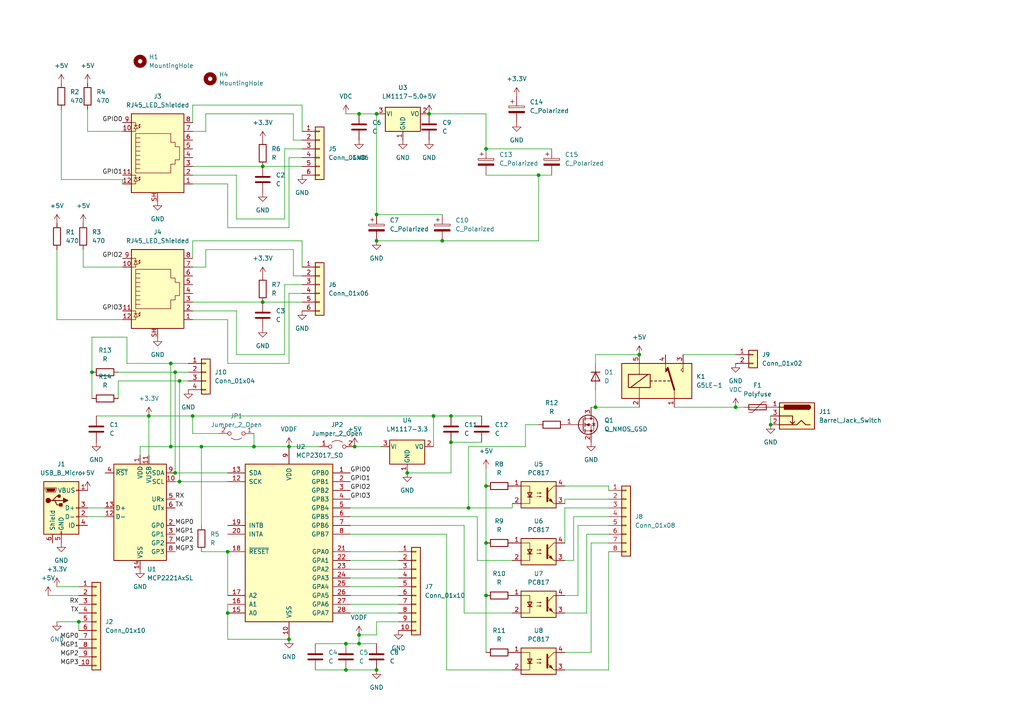
<source format=kicad_sch>
(kicad_sch (version 20211123) (generator eeschema)
  (paper "A4")
  (lib_symbols
    (symbol "Connector:Barrel_Jack_Switch" (pin_names hide)
      (property "Reference" "J" (at 0 5.334 0))
      (property "Value" "Barrel_Jack_Switch" (at 0 -5.08 0))
      (symbol "Barrel_Jack_Switch_1_1"
        (pin passive line (at 7.62 2.54 180) (length 2.54) (name "~") (number "1"))
        (pin passive line (at 7.62 -2.54 180) (length 2.54) (name "~") (number "2"))
        (pin passive line (at 7.62 0 180) (length 2.54) (name "~") (number "3"))
      )
    )
    (symbol "Connector:RJ45_LED_Shielded" (pin_names (offset 1.016))
      (property "Reference" "J" (at -5.08 13.97 0))
      (property "Value" "RJ45_LED_Shielded" (at 1.27 13.97 0))
      (symbol "RJ45_LED_Shielded_1_1"
        (pin passive line (at 10.16 -7.62 180) (length 2.54) (name "~") (number "1"))
        (pin passive line (at -10.16 7.62 0) (length 2.54) (name "~") (number "10"))
        (pin passive line (at -10.16 -5.08 0) (length 2.54) (name "~") (number "11"))
        (pin passive line (at -10.16 -7.62 0) (length 2.54) (name "~") (number "12"))
        (pin passive line (at 10.16 -5.08 180) (length 2.54) (name "~") (number "2"))
        (pin passive line (at 10.16 -2.54 180) (length 2.54) (name "~") (number "3"))
        (pin passive line (at 10.16 0 180) (length 2.54) (name "~") (number "4"))
        (pin passive line (at 10.16 2.54 180) (length 2.54) (name "~") (number "5"))
        (pin passive line (at 10.16 5.08 180) (length 2.54) (name "~") (number "6"))
        (pin passive line (at 10.16 7.62 180) (length 2.54) (name "~") (number "7"))
        (pin passive line (at 10.16 10.16 180) (length 2.54) (name "~") (number "8"))
        (pin passive line (at -10.16 10.16 0) (length 2.54) (name "~") (number "9"))
        (pin passive line (at 0 -12.7 90) (length 2.54) (name "~") (number "SH"))
      )
    )
    (symbol "Connector:USB_B_Micro" (pin_names (offset 1.016))
      (property "Reference" "J" (at -5.08 11.43 0))
      (property "Value" "USB_B_Micro" (at -5.08 8.89 0))
      (symbol "USB_B_Micro_1_1"
        (pin power_out line (at 7.62 5.08 180) (length 2.54) (name "VBUS") (number "1"))
        (pin bidirectional line (at 7.62 -2.54 180) (length 2.54) (name "D-") (number "2"))
        (pin bidirectional line (at 7.62 0 180) (length 2.54) (name "D+") (number "3"))
        (pin passive line (at 7.62 -5.08 180) (length 2.54) (name "ID") (number "4"))
        (pin power_out line (at 0 -10.16 90) (length 2.54) (name "GND") (number "5"))
        (pin passive line (at -2.54 -10.16 90) (length 2.54) (name "Shield") (number "6"))
      )
    )
    (symbol "Connector_Generic:Conn_01x02" (pin_names (offset 1.016) hide)
      (property "Reference" "J" (at 0 2.54 0))
      (property "Value" "Conn_01x02" (at 0 -5.08 0))
      (symbol "Conn_01x02_1_1"
        (pin passive line (at -5.08 0 0) (length 3.81) (name "Pin_1") (number "1"))
        (pin passive line (at -5.08 -2.54 0) (length 3.81) (name "Pin_2") (number "2"))
      )
    )
    (symbol "Connector_Generic:Conn_01x04" (pin_names (offset 1.016) hide)
      (property "Reference" "J" (at 0 5.08 0))
      (property "Value" "Conn_01x04" (at 0 -7.62 0))
      (symbol "Conn_01x04_1_1"
        (pin passive line (at -5.08 2.54 0) (length 3.81) (name "Pin_1") (number "1"))
        (pin passive line (at -5.08 0 0) (length 3.81) (name "Pin_2") (number "2"))
        (pin passive line (at -5.08 -2.54 0) (length 3.81) (name "Pin_3") (number "3"))
        (pin passive line (at -5.08 -5.08 0) (length 3.81) (name "Pin_4") (number "4"))
      )
    )
    (symbol "Connector_Generic:Conn_01x06" (pin_names (offset 1.016) hide)
      (property "Reference" "J" (at 0 7.62 0))
      (property "Value" "Conn_01x06" (at 0 -10.16 0))
      (symbol "Conn_01x06_1_1"
        (pin passive line (at -5.08 5.08 0) (length 3.81) (name "Pin_1") (number "1"))
        (pin passive line (at -5.08 2.54 0) (length 3.81) (name "Pin_2") (number "2"))
        (pin passive line (at -5.08 0 0) (length 3.81) (name "Pin_3") (number "3"))
        (pin passive line (at -5.08 -2.54 0) (length 3.81) (name "Pin_4") (number "4"))
        (pin passive line (at -5.08 -5.08 0) (length 3.81) (name "Pin_5") (number "5"))
        (pin passive line (at -5.08 -7.62 0) (length 3.81) (name "Pin_6") (number "6"))
      )
    )
    (symbol "Connector_Generic:Conn_01x08" (pin_names (offset 1.016) hide)
      (property "Reference" "J" (at 0 10.16 0))
      (property "Value" "Conn_01x08" (at 0 -12.7 0))
      (symbol "Conn_01x08_1_1"
        (pin passive line (at -5.08 7.62 0) (length 3.81) (name "Pin_1") (number "1"))
        (pin passive line (at -5.08 5.08 0) (length 3.81) (name "Pin_2") (number "2"))
        (pin passive line (at -5.08 2.54 0) (length 3.81) (name "Pin_3") (number "3"))
        (pin passive line (at -5.08 0 0) (length 3.81) (name "Pin_4") (number "4"))
        (pin passive line (at -5.08 -2.54 0) (length 3.81) (name "Pin_5") (number "5"))
        (pin passive line (at -5.08 -5.08 0) (length 3.81) (name "Pin_6") (number "6"))
        (pin passive line (at -5.08 -7.62 0) (length 3.81) (name "Pin_7") (number "7"))
        (pin passive line (at -5.08 -10.16 0) (length 3.81) (name "Pin_8") (number "8"))
      )
    )
    (symbol "Connector_Generic:Conn_01x10" (pin_names (offset 1.016) hide)
      (property "Reference" "J" (at 0 12.7 0))
      (property "Value" "Conn_01x10" (at 0 -15.24 0))
      (symbol "Conn_01x10_1_1"
        (pin passive line (at -5.08 10.16 0) (length 3.81) (name "Pin_1") (number "1"))
        (pin passive line (at -5.08 -12.7 0) (length 3.81) (name "Pin_10") (number "10"))
        (pin passive line (at -5.08 7.62 0) (length 3.81) (name "Pin_2") (number "2"))
        (pin passive line (at -5.08 5.08 0) (length 3.81) (name "Pin_3") (number "3"))
        (pin passive line (at -5.08 2.54 0) (length 3.81) (name "Pin_4") (number "4"))
        (pin passive line (at -5.08 0 0) (length 3.81) (name "Pin_5") (number "5"))
        (pin passive line (at -5.08 -2.54 0) (length 3.81) (name "Pin_6") (number "6"))
        (pin passive line (at -5.08 -5.08 0) (length 3.81) (name "Pin_7") (number "7"))
        (pin passive line (at -5.08 -7.62 0) (length 3.81) (name "Pin_8") (number "8"))
        (pin passive line (at -5.08 -10.16 0) (length 3.81) (name "Pin_9") (number "9"))
      )
    )
    (symbol "Device:C" (pin_numbers hide) (pin_names (offset 0.254))
      (property "Reference" "C" (at 0.635 2.54 0))
      (property "Value" "C" (at 0.635 -2.54 0))
      (symbol "C_1_1"
        (pin passive line (at 0 3.81 270) (length 2.794) (name "~") (number "1"))
        (pin passive line (at 0 -3.81 90) (length 2.794) (name "~") (number "2"))
      )
    )
    (symbol "Device:C_Polarized" (pin_numbers hide) (pin_names (offset 0.254))
      (property "Reference" "C" (at 0.635 2.54 0))
      (property "Value" "C_Polarized" (at 0.635 -2.54 0))
      (symbol "C_Polarized_1_1"
        (pin passive line (at 0 3.81 270) (length 2.794) (name "~") (number "1"))
        (pin passive line (at 0 -3.81 90) (length 2.794) (name "~") (number "2"))
      )
    )
    (symbol "Device:D" (pin_numbers hide) (pin_names (offset 1.016) hide)
      (property "Reference" "D" (at 0 2.54 0))
      (property "Value" "D" (at 0 -2.54 0))
      (symbol "D_1_1"
        (pin passive line (at -3.81 0 0) (length 2.54) (name "K") (number "1"))
        (pin passive line (at 3.81 0 180) (length 2.54) (name "A") (number "2"))
      )
    )
    (symbol "Device:Polyfuse" (pin_numbers hide) (pin_names (offset 0))
      (property "Reference" "F" (at -2.54 0 90))
      (property "Value" "Polyfuse" (at 2.54 0 90))
      (symbol "Polyfuse_1_1"
        (pin passive line (at 0 3.81 270) (length 1.27) (name "~") (number "1"))
        (pin passive line (at 0 -3.81 90) (length 1.27) (name "~") (number "2"))
      )
    )
    (symbol "Device:Q_NMOS_GSD" (pin_names (offset 0) hide)
      (property "Reference" "Q" (at 5.08 1.27 0))
      (property "Value" "Q_NMOS_GSD" (at 5.08 -1.27 0))
      (symbol "Q_NMOS_GSD_1_1"
        (pin input line (at -5.08 0 0) (length 2.54) (name "G") (number "1"))
        (pin passive line (at 2.54 -5.08 90) (length 2.54) (name "S") (number "2"))
        (pin passive line (at 2.54 5.08 270) (length 2.54) (name "D") (number "3"))
      )
    )
    (symbol "Device:R" (pin_numbers hide) (pin_names (offset 0))
      (property "Reference" "R" (at 2.032 0 90))
      (property "Value" "R" (at 0 0 90))
      (symbol "R_1_1"
        (pin passive line (at 0 3.81 270) (length 1.27) (name "~") (number "1"))
        (pin passive line (at 0 -3.81 90) (length 1.27) (name "~") (number "2"))
      )
    )
    (symbol "Interface_Expansion:MCP23017_SO" (pin_names (offset 1.016))
      (property "Reference" "U" (at -11.43 24.13 0))
      (property "Value" "MCP23017_SO" (at 0 0 0))
      (symbol "MCP23017_SO_1_1"
        (pin bidirectional line (at 17.78 20.32 180) (length 5.08) (name "GPB0") (number "1"))
        (pin power_in line (at 0 -27.94 90) (length 5.08) (name "VSS") (number "10"))
        (pin no_connect line (at -12.7 15.24 0) (length 5.08) hide (name "NC") (number "11"))
        (pin input line (at -17.78 17.78 0) (length 5.08) (name "SCK") (number "12"))
        (pin bidirectional line (at -17.78 20.32 0) (length 5.08) (name "SDA") (number "13"))
        (pin no_connect line (at -12.7 12.7 0) (length 5.08) hide (name "NC") (number "14"))
        (pin input line (at -17.78 -20.32 0) (length 5.08) (name "A0") (number "15"))
        (pin input line (at -17.78 -17.78 0) (length 5.08) (name "A1") (number "16"))
        (pin input line (at -17.78 -15.24 0) (length 5.08) (name "A2") (number "17"))
        (pin input line (at -17.78 -2.54 0) (length 5.08) (name "~{RESET}") (number "18"))
        (pin tri_state line (at -17.78 5.08 0) (length 5.08) (name "INTB") (number "19"))
        (pin bidirectional line (at 17.78 17.78 180) (length 5.08) (name "GPB1") (number "2"))
        (pin tri_state line (at -17.78 2.54 0) (length 5.08) (name "INTA") (number "20"))
        (pin bidirectional line (at 17.78 -2.54 180) (length 5.08) (name "GPA0") (number "21"))
        (pin bidirectional line (at 17.78 -5.08 180) (length 5.08) (name "GPA1") (number "22"))
        (pin bidirectional line (at 17.78 -7.62 180) (length 5.08) (name "GPA2") (number "23"))
        (pin bidirectional line (at 17.78 -10.16 180) (length 5.08) (name "GPA3") (number "24"))
        (pin bidirectional line (at 17.78 -12.7 180) (length 5.08) (name "GPA4") (number "25"))
        (pin bidirectional line (at 17.78 -15.24 180) (length 5.08) (name "GPA5") (number "26"))
        (pin bidirectional line (at 17.78 -17.78 180) (length 5.08) (name "GPA6") (number "27"))
        (pin bidirectional line (at 17.78 -20.32 180) (length 5.08) (name "GPA7") (number "28"))
        (pin bidirectional line (at 17.78 15.24 180) (length 5.08) (name "GPB2") (number "3"))
        (pin bidirectional line (at 17.78 12.7 180) (length 5.08) (name "GPB3") (number "4"))
        (pin bidirectional line (at 17.78 10.16 180) (length 5.08) (name "GPB4") (number "5"))
        (pin bidirectional line (at 17.78 7.62 180) (length 5.08) (name "GPB5") (number "6"))
        (pin bidirectional line (at 17.78 5.08 180) (length 5.08) (name "GPB6") (number "7"))
        (pin bidirectional line (at 17.78 2.54 180) (length 5.08) (name "GPB7") (number "8"))
        (pin power_in line (at 0 27.94 270) (length 5.08) (name "VDD") (number "9"))
      )
    )
    (symbol "Interface_USB:MCP2221AxSL"
      (property "Reference" "U" (at -7.62 16.51 0))
      (property "Value" "MCP2221AxSL" (at 12.7 16.51 0))
      (symbol "MCP2221AxSL_1_1"
        (pin power_in line (at 0 17.78 270) (length 2.54) (name "VDD") (number "1"))
        (pin bidirectional line (at 10.16 10.16 180) (length 2.54) (name "SCL") (number "10"))
        (pin passive line (at 2.54 17.78 270) (length 2.54) (name "VUSB") (number "11"))
        (pin bidirectional line (at -10.16 0 0) (length 2.54) (name "D-") (number "12"))
        (pin bidirectional line (at -10.16 2.54 0) (length 2.54) (name "D+") (number "13"))
        (pin power_in line (at 0 -15.24 90) (length 2.54) (name "VSS") (number "14"))
        (pin bidirectional line (at 10.16 -2.54 180) (length 2.54) (name "GP0") (number "2"))
        (pin bidirectional line (at 10.16 -5.08 180) (length 2.54) (name "GP1") (number "3"))
        (pin input line (at -10.16 12.7 0) (length 2.54) (name "~{RST}") (number "4"))
        (pin input line (at 10.16 5.08 180) (length 2.54) (name "URx") (number "5"))
        (pin output line (at 10.16 2.54 180) (length 2.54) (name "UTx") (number "6"))
        (pin bidirectional line (at 10.16 -7.62 180) (length 2.54) (name "GP2") (number "7"))
        (pin bidirectional line (at 10.16 -10.16 180) (length 2.54) (name "GP3") (number "8"))
        (pin bidirectional line (at 10.16 12.7 180) (length 2.54) (name "SDA") (number "9"))
      )
    )
    (symbol "Isolator:PC817" (pin_names (offset 1.016))
      (property "Reference" "U" (at -5.08 5.08 0))
      (property "Value" "PC817" (at 0 5.08 0))
      (symbol "PC817_1_1"
        (pin passive line (at -7.62 2.54 0) (length 2.54) (name "~") (number "1"))
        (pin passive line (at -7.62 -2.54 0) (length 2.54) (name "~") (number "2"))
        (pin passive line (at 7.62 -2.54 180) (length 2.54) (name "~") (number "3"))
        (pin passive line (at 7.62 2.54 180) (length 2.54) (name "~") (number "4"))
      )
    )
    (symbol "Jumper:Jumper_2_Open" (pin_names (offset 0) hide)
      (property "Reference" "JP" (at 0 2.794 0))
      (property "Value" "Jumper_2_Open" (at 0 -2.286 0))
      (symbol "Jumper_2_Open_1_1"
        (pin passive line (at -5.08 0 0) (length 2.54) (name "A") (number "1"))
        (pin passive line (at 5.08 0 180) (length 2.54) (name "B") (number "2"))
      )
    )
    (symbol "Mechanical:MountingHole" (pin_names (offset 1.016))
      (property "Reference" "H" (at 0 5.08 0))
      (property "Value" "MountingHole" (at 0 3.175 0))
    )
    (symbol "Regulator_Linear:LM1117-3.3" (pin_names (offset 0.254))
      (property "Reference" "U" (at -3.81 3.175 0))
      (property "Value" "LM1117-3.3" (at 0 3.175 0))
      (symbol "LM1117-3.3_1_1"
        (pin power_in line (at 0 -7.62 90) (length 2.54) (name "GND") (number "1"))
        (pin power_out line (at 7.62 0 180) (length 2.54) (name "VO") (number "2"))
        (pin power_in line (at -7.62 0 0) (length 2.54) (name "VI") (number "3"))
      )
    )
    (symbol "Regulator_Linear:LM1117-5.0" (pin_names (offset 0.254))
      (property "Reference" "U" (at -3.81 3.175 0))
      (property "Value" "LM1117-5.0" (at 0 3.175 0))
      (symbol "LM1117-5.0_1_1"
        (pin power_in line (at 0 -7.62 90) (length 2.54) (name "GND") (number "1"))
        (pin power_out line (at 7.62 0 180) (length 2.54) (name "VO") (number "2"))
        (pin power_in line (at -7.62 0 0) (length 2.54) (name "VI") (number "3"))
      )
    )
    (symbol "Relay:G5LE-1"
      (property "Reference" "K" (at 11.43 3.81 0))
      (property "Value" "G5LE-1" (at 11.43 1.27 0))
      (symbol "G5LE-1_1_1"
        (pin passive line (at 5.08 -7.62 90) (length 2.54) (name "~") (number "1"))
        (pin passive line (at -5.08 -7.62 90) (length 2.54) (name "~") (number "2"))
        (pin passive line (at 7.62 7.62 270) (length 2.54) (name "~") (number "3"))
        (pin passive line (at 2.54 7.62 270) (length 2.54) (name "~") (number "4"))
        (pin passive line (at -5.08 7.62 270) (length 2.54) (name "~") (number "5"))
      )
    )
    (symbol "power:+3.3V" (power) (pin_names (offset 0))
      (property "Value" "+3.3V" (at 0 3.556 0))
      (symbol "+3.3V_1_1"
        (pin power_in line (at 0 0 90) (length 0) hide (name "+3.3V") (number "1"))
      )
    )
    (symbol "power:+5V" (power) (pin_names (offset 0))
      (property "Value" "+5V" (at 0 3.556 0))
      (symbol "+5V_1_1"
        (pin power_in line (at 0 0 90) (length 0) hide (name "+5V") (number "1"))
      )
    )
    (symbol "power:GND" (power) (pin_names (offset 0))
      (property "Value" "GND" (at 0 -3.81 0))
      (symbol "GND_1_1"
        (pin power_in line (at 0 0 270) (length 0) hide (name "GND") (number "1"))
      )
    )
    (symbol "power:VDC" (power) (pin_names (offset 0))
      (property "Value" "VDC" (at 0 6.35 0))
      (symbol "VDC_1_1"
        (pin power_in line (at 0 0 90) (length 0) hide (name "VDC") (number "1"))
      )
    )
    (symbol "power:VDDF" (power) (pin_names (offset 0))
      (property "Value" "VDDF" (at 0 3.81 0))
      (symbol "VDDF_1_1"
        (pin power_in line (at 0 0 90) (length 0) hide (name "VDDF") (number "1"))
      )
    )
  )
  (junction (at 50.8 107.95))
  (junction (at 66.04 160.02))
  (junction (at 104.14 184.15))
  (junction (at 50.8 137.16))
  (junction (at 156.21 50.8))
  (junction (at 76.2 87.63))
  (junction (at 26.67 107.95))
  (junction (at 102.87 129.54))
  (junction (at 140.97 172.72))
  (junction (at 128.27 69.85))
  (junction (at 109.22 69.85))
  (junction (at 104.14 33.02))
  (junction (at 83.82 185.42))
  (junction (at 130.81 128.27))
  (junction (at 52.07 110.49))
  (junction (at 43.18 120.65))
  (junction (at 83.82 129.54))
  (junction (at 76.2 48.26))
  (junction (at 135.89 147.32))
  (junction (at 223.52 123.19))
  (junction (at 185.42 102.87))
  (junction (at 73.66 129.54))
  (junction (at 124.46 33.02))
  (junction (at 109.22 62.23))
  (junction (at 213.36 118.11))
  (junction (at 109.22 33.02))
  (junction (at 140.97 157.48))
  (junction (at 140.97 140.97))
  (junction (at 58.42 129.54))
  (junction (at 104.14 186.69))
  (junction (at 125.73 120.65))
  (junction (at 55.88 120.65))
  (junction (at 66.04 177.8))
  (junction (at 130.81 120.65))
  (junction (at 49.53 105.41))
  (junction (at 100.33 194.31))
  (junction (at 100.33 186.69))
  (junction (at 49.53 129.54))
  (junction (at 22.86 180.34))
  (junction (at 109.22 194.31))
  (junction (at 172.72 118.11))
  (junction (at 140.97 43.18))
  (junction (at 118.11 137.16))
  (junction (at 52.07 139.7))
  (wire (pts (xy 63.5 125.73) (xy 55.88 125.73)))
  (wire (pts (xy 52.07 110.49) (xy 34.29 110.49)))
  (wire (pts (xy 35.56 38.1) (xy 25.4 38.1)))
  (wire (pts (xy 176.53 194.31) (xy 163.83 194.31)))
  (wire (pts (xy 101.6 175.26) (xy 115.57 175.26)))
  (wire (pts (xy 66.04 92.71) (xy 55.88 92.71)))
  (wire (pts (xy 59.69 77.47) (xy 55.88 77.47)))
  (wire (pts (xy 125.73 129.54) (xy 125.73 120.65)))
  (wire (pts (xy 49.53 105.41) (xy 49.53 129.54)))
  (wire (pts (xy 138.43 149.86) (xy 138.43 162.56)))
  (wire (pts (xy 152.4 129.54) (xy 135.89 129.54)))
  (wire (pts (xy 54.61 105.41) (xy 49.53 105.41)))
  (wire (pts (xy 68.58 102.87) (xy 82.55 102.87)))
  (wire (pts (xy 83.82 66.04) (xy 66.04 66.04)))
  (wire (pts (xy 50.8 137.16) (xy 66.04 137.16)))
  (wire (pts (xy 176.53 149.86) (xy 166.37 149.86)))
  (wire (pts (xy 83.82 129.54) (xy 92.71 129.54)))
  (wire (pts (xy 172.72 102.87) (xy 172.72 105.41)))
  (wire (pts (xy 176.53 160.02) (xy 176.53 194.31)))
  (wire (pts (xy 124.46 33.02) (xy 140.97 33.02)))
  (wire (pts (xy 171.45 118.11) (xy 172.72 118.11)))
  (wire (pts (xy 166.37 149.86) (xy 166.37 162.56)))
  (wire (pts (xy 82.55 63.5) (xy 82.55 43.18)))
  (wire (pts (xy 87.63 40.64) (xy 85.09 40.64)))
  (wire (pts (xy 129.54 154.94) (xy 129.54 194.31)))
  (wire (pts (xy 100.33 194.31) (xy 109.22 194.31)))
  (wire (pts (xy 156.21 123.19) (xy 152.4 123.19)))
  (wire (pts (xy 58.42 129.54) (xy 49.53 129.54)))
  (wire (pts (xy 101.6 177.8) (xy 115.57 177.8)))
  (wire (pts (xy 66.04 53.34) (xy 55.88 53.34)))
  (wire (pts (xy 52.07 139.7) (xy 52.07 110.49)))
  (wire (pts (xy 101.6 154.94) (xy 129.54 154.94)))
  (wire (pts (xy 73.66 129.54) (xy 58.42 129.54)))
  (wire (pts (xy 66.04 185.42) (xy 83.82 185.42)))
  (wire (pts (xy 109.22 62.23) (xy 128.27 62.23)))
  (wire (pts (xy 156.21 69.85) (xy 128.27 69.85)))
  (wire (pts (xy 156.21 50.8) (xy 160.02 50.8)))
  (wire (pts (xy 101.6 162.56) (xy 115.57 162.56)))
  (wire (pts (xy 163.83 157.48) (xy 163.83 147.32)))
  (wire (pts (xy 109.22 184.15) (xy 104.14 184.15)))
  (wire (pts (xy 195.58 118.11) (xy 213.36 118.11)))
  (wire (pts (xy 34.29 107.95) (xy 50.8 107.95)))
  (wire (pts (xy 26.67 97.79) (xy 36.83 97.79)))
  (wire (pts (xy 104.14 186.69) (xy 109.22 186.69)))
  (wire (pts (xy 85.09 33.02) (xy 59.69 33.02)))
  (wire (pts (xy 83.82 105.41) (xy 66.04 105.41)))
  (wire (pts (xy 66.04 175.26) (xy 66.04 177.8)))
  (wire (pts (xy 163.83 172.72) (xy 167.64 172.72)))
  (wire (pts (xy 22.86 180.34) (xy 16.51 180.34)))
  (wire (pts (xy 140.97 140.97) (xy 140.97 157.48)))
  (wire (pts (xy 130.81 128.27) (xy 130.81 137.16)))
  (wire (pts (xy 59.69 72.39) (xy 59.69 77.47)))
  (wire (pts (xy 55.88 90.17) (xy 68.58 90.17)))
  (wire (pts (xy 52.07 139.7) (xy 66.04 139.7)))
  (wire (pts (xy 43.18 120.65) (xy 43.18 132.08)))
  (wire (pts (xy 25.4 38.1) (xy 25.4 31.75)))
  (wire (pts (xy 101.6 170.18) (xy 115.57 170.18)))
  (wire (pts (xy 163.83 144.78) (xy 163.83 146.05)))
  (wire (pts (xy 82.55 102.87) (xy 82.55 82.55)))
  (wire (pts (xy 40.64 129.54) (xy 40.64 132.08)))
  (wire (pts (xy 59.69 33.02) (xy 59.69 38.1)))
  (wire (pts (xy 198.12 102.87) (xy 213.36 102.87)))
  (wire (pts (xy 83.82 85.09) (xy 83.82 105.41)))
  (wire (pts (xy 55.88 50.8) (xy 68.58 50.8)))
  (wire (pts (xy 66.04 177.8) (xy 66.04 185.42)))
  (wire (pts (xy 73.66 125.73) (xy 73.66 129.54)))
  (wire (pts (xy 125.73 120.65) (xy 55.88 120.65)))
  (wire (pts (xy 91.44 186.69) (xy 100.33 186.69)))
  (wire (pts (xy 223.52 120.65) (xy 223.52 123.19)))
  (wire (pts (xy 140.97 172.72) (xy 140.97 189.23)))
  (wire (pts (xy 163.83 189.23) (xy 171.45 189.23)))
  (wire (pts (xy 176.53 140.97) (xy 176.53 142.24)))
  (wire (pts (xy 55.88 74.93) (xy 55.88 69.85)))
  (wire (pts (xy 68.58 63.5) (xy 82.55 63.5)))
  (wire (pts (xy 35.56 52.07) (xy 35.56 53.34)))
  (wire (pts (xy 101.6 152.4) (xy 134.62 152.4)))
  (wire (pts (xy 36.83 97.79) (xy 36.83 105.41)))
  (wire (pts (xy 27.94 120.65) (xy 43.18 120.65)))
  (wire (pts (xy 55.88 87.63) (xy 76.2 87.63)))
  (wire (pts (xy 213.36 118.11) (xy 215.9 118.11)))
  (wire (pts (xy 58.42 160.02) (xy 66.04 160.02)))
  (wire (pts (xy 101.6 147.32) (xy 135.89 147.32)))
  (wire (pts (xy 129.54 194.31) (xy 148.59 194.31)))
  (wire (pts (xy 130.81 137.16) (xy 118.11 137.16)))
  (wire (pts (xy 140.97 33.02) (xy 140.97 43.18)))
  (wire (pts (xy 148.59 147.32) (xy 148.59 146.05)))
  (wire (pts (xy 104.14 184.15) (xy 104.14 186.69)))
  (wire (pts (xy 76.2 48.26) (xy 87.63 48.26)))
  (wire (pts (xy 16.51 92.71) (xy 35.56 92.71)))
  (wire (pts (xy 16.51 72.39) (xy 16.51 92.71)))
  (wire (pts (xy 115.57 180.34) (xy 109.22 180.34)))
  (wire (pts (xy 134.62 177.8) (xy 148.59 177.8)))
  (wire (pts (xy 125.73 120.65) (xy 130.81 120.65)))
  (wire (pts (xy 170.18 154.94) (xy 170.18 177.8)))
  (wire (pts (xy 140.97 157.48) (xy 140.97 172.72)))
  (wire (pts (xy 52.07 110.49) (xy 54.61 110.49)))
  (wire (pts (xy 134.62 152.4) (xy 134.62 177.8)))
  (wire (pts (xy 171.45 157.48) (xy 176.53 157.48)))
  (wire (pts (xy 83.82 45.72) (xy 83.82 66.04)))
  (wire (pts (xy 176.53 144.78) (xy 163.83 144.78)))
  (wire (pts (xy 163.83 147.32) (xy 176.53 147.32)))
  (wire (pts (xy 55.88 35.56) (xy 55.88 30.48)))
  (wire (pts (xy 50.8 139.7) (xy 52.07 139.7)))
  (wire (pts (xy 34.29 110.49) (xy 34.29 115.57)))
  (wire (pts (xy 49.53 129.54) (xy 40.64 129.54)))
  (wire (pts (xy 171.45 189.23) (xy 171.45 157.48)))
  (wire (pts (xy 58.42 129.54) (xy 58.42 152.4)))
  (wire (pts (xy 66.04 66.04) (xy 66.04 53.34)))
  (wire (pts (xy 87.63 30.48) (xy 87.63 38.1)))
  (wire (pts (xy 55.88 125.73) (xy 55.88 120.65)))
  (wire (pts (xy 82.55 43.18) (xy 87.63 43.18)))
  (wire (pts (xy 172.72 113.03) (xy 172.72 118.11)))
  (wire (pts (xy 138.43 162.56) (xy 148.59 162.56)))
  (wire (pts (xy 102.87 129.54) (xy 110.49 129.54)))
  (wire (pts (xy 22.86 182.88) (xy 22.86 180.34)))
  (wire (pts (xy 101.6 149.86) (xy 138.43 149.86)))
  (wire (pts (xy 35.56 77.47) (xy 24.13 77.47)))
  (wire (pts (xy 101.6 167.64) (xy 115.57 167.64)))
  (wire (pts (xy 163.83 140.97) (xy 176.53 140.97)))
  (wire (pts (xy 87.63 85.09) (xy 83.82 85.09)))
  (wire (pts (xy 85.09 40.64) (xy 85.09 33.02)))
  (wire (pts (xy 43.18 120.65) (xy 55.88 120.65)))
  (wire (pts (xy 13.97 172.72) (xy 22.86 172.72)))
  (wire (pts (xy 68.58 90.17) (xy 68.58 102.87)))
  (wire (pts (xy 109.22 69.85) (xy 128.27 69.85)))
  (wire (pts (xy 167.64 152.4) (xy 176.53 152.4)))
  (wire (pts (xy 104.14 33.02) (xy 109.22 33.02)))
  (wire (pts (xy 135.89 129.54) (xy 135.89 147.32)))
  (wire (pts (xy 167.64 172.72) (xy 167.64 152.4)))
  (wire (pts (xy 152.4 123.19) (xy 152.4 129.54)))
  (wire (pts (xy 140.97 43.18) (xy 160.02 43.18)))
  (wire (pts (xy 55.88 30.48) (xy 87.63 30.48)))
  (wire (pts (xy 100.33 33.02) (xy 104.14 33.02)))
  (wire (pts (xy 25.4 147.32) (xy 30.48 147.32)))
  (wire (pts (xy 36.83 105.41) (xy 49.53 105.41)))
  (wire (pts (xy 170.18 177.8) (xy 163.83 177.8)))
  (wire (pts (xy 130.81 128.27) (xy 139.7 128.27)))
  (wire (pts (xy 87.63 80.01) (xy 85.09 80.01)))
  (wire (pts (xy 135.89 147.32) (xy 148.59 147.32)))
  (wire (pts (xy 176.53 154.94) (xy 170.18 154.94)))
  (wire (pts (xy 130.81 120.65) (xy 139.7 120.65)))
  (wire (pts (xy 24.13 77.47) (xy 24.13 72.39)))
  (wire (pts (xy 55.88 48.26) (xy 76.2 48.26)))
  (wire (pts (xy 91.44 194.31) (xy 100.33 194.31)))
  (wire (pts (xy 25.4 149.86) (xy 30.48 149.86)))
  (wire (pts (xy 59.69 38.1) (xy 55.88 38.1)))
  (wire (pts (xy 66.04 160.02) (xy 66.04 172.72)))
  (wire (pts (xy 17.78 31.75) (xy 17.78 52.07)))
  (wire (pts (xy 185.42 102.87) (xy 172.72 102.87)))
  (wire (pts (xy 50.8 107.95) (xy 50.8 137.16)))
  (wire (pts (xy 140.97 50.8) (xy 156.21 50.8)))
  (wire (pts (xy 87.63 45.72) (xy 83.82 45.72)))
  (wire (pts (xy 16.51 170.18) (xy 22.86 170.18)))
  (wire (pts (xy 109.22 180.34) (xy 109.22 184.15)))
  (wire (pts (xy 140.97 135.89) (xy 140.97 140.97)))
  (wire (pts (xy 83.82 129.54) (xy 73.66 129.54)))
  (wire (pts (xy 109.22 33.02) (xy 109.22 62.23)))
  (wire (pts (xy 26.67 107.95) (xy 26.67 97.79)))
  (wire (pts (xy 101.6 165.1) (xy 115.57 165.1)))
  (wire (pts (xy 76.2 87.63) (xy 87.63 87.63)))
  (wire (pts (xy 82.55 82.55) (xy 87.63 82.55)))
  (wire (pts (xy 68.58 50.8) (xy 68.58 63.5)))
  (wire (pts (xy 172.72 118.11) (xy 185.42 118.11)))
  (wire (pts (xy 54.61 107.95) (xy 50.8 107.95)))
  (wire (pts (xy 87.63 69.85) (xy 87.63 77.47)))
  (wire (pts (xy 66.04 105.41) (xy 66.04 92.71)))
  (wire (pts (xy 17.78 52.07) (xy 35.56 52.07)))
  (wire (pts (xy 55.88 69.85) (xy 87.63 69.85)))
  (wire (pts (xy 85.09 80.01) (xy 85.09 72.39)))
  (wire (pts (xy 101.6 160.02) (xy 115.57 160.02)))
  (wire (pts (xy 26.67 107.95) (xy 26.67 115.57)))
  (wire (pts (xy 101.6 172.72) (xy 115.57 172.72)))
  (wire (pts (xy 156.21 50.8) (xy 156.21 69.85)))
  (wire (pts (xy 166.37 162.56) (xy 163.83 162.56)))
  (wire (pts (xy 100.33 186.69) (xy 104.14 186.69)))
  (wire (pts (xy 85.09 72.39) (xy 59.69 72.39)))
  (label "MGP3" (at 22.86 193.04 180))
  (label "GPIO2" (at 35.56 74.93 180))
  (label "GPIO1" (at 35.56 50.8 180))
  (label "RX" (at 22.86 175.26 180))
  (label "GPIO0" (at 101.6 137.16 0))
  (label "GPIO2" (at 101.6 142.24 0))
  (label "GPIO3" (at 101.6 144.78 0))
  (label "TX" (at 22.86 177.8 180))
  (label "MGP2" (at 50.8 157.48 0))
  (label "MGP3" (at 50.8 160.02 0))
  (label "TX" (at 50.8 147.32 0))
  (label "MGP2" (at 22.86 190.5 180))
  (label "RX" (at 50.8 144.78 0))
  (label "GPIO1" (at 101.6 139.7 0))
  (label "MGP0" (at 50.8 152.4 0))
  (label "MGP0" (at 22.86 185.42 180))
  (label "MGP1" (at 50.8 154.94 0))
  (label "GPIO0" (at 35.56 35.56 180))
  (label "GPIO3" (at 35.56 90.17 180))
  (label "MGP1" (at 22.86 187.96 180))
  (symbol (lib_id "power:+5V") (at 24.13 64.77 0) (unit 1)
    (property "Reference" "#PWR07" (effects hide))
    (property "Value" "+5V" (at 24.13 59.69 0))
  )
  (symbol (lib_id "Connector_Generic:Conn_01x02") (at 218.44 102.87 0) (unit 1)
    (property "Reference" "J9" (at 220.98 102.8699 0) (effects (justify left)))
    (property "Value" "Conn_01x02" (at 220.98 105.4099 0) (effects (justify left)))
    (property "Footprint" "TerminalBlock:TerminalBlock_bornier-2_P5.08mm" (effects hide))
  )
  (symbol (lib_id "Isolator:PC817") (at 156.21 160.02 0) (unit 1)
    (property "Reference" "U6" (at 156.21 151.13 0))
    (property "Value" "PC817" (at 156.21 153.67 0))
    (property "Footprint" "Package_DIP:DIP-4_W7.62mm" (effects hide))
    (property "Datasheet" "http://www.soselectronic.cz/a_info/resource/d/pc817.pdf" (effects hide))
  )
  (symbol (lib_id "power:GND") (at 76.2 55.88 0) (unit 1)
    (property "Reference" "#PWR016" (effects hide))
    (property "Value" "GND" (at 76.2 60.96 0))
  )
  (symbol (lib_id "Interface_USB:MCP2221AxSL") (at 40.64 149.86 0) (unit 1)
    (property "Reference" "U1" (at 42.6594 165.1 0) (effects (justify left)))
    (property "Value" "MCP2221AxSL" (at 42.6594 167.64 0) (effects (justify left)))
    (property "Footprint" "Package_SO:SOIC-14_3.9x8.7mm_P1.27mm" (effects hide))
    (property "Datasheet" "http://ww1.microchip.com/downloads/en/DeviceDoc/20005565B.pdf" (effects hide))
  )
  (symbol (lib_id "power:GND") (at 87.63 90.17 0) (unit 1)
    (property "Reference" "#PWR022" (effects hide))
    (property "Value" "GND" (at 87.63 95.25 0))
  )
  (symbol (lib_id "Device:R") (at 30.48 115.57 90) (unit 1)
    (property "Reference" "R14" (at 30.48 109.22 90))
    (property "Value" "R" (at 30.48 111.76 90))
    (property "Footprint" "Resistor_SMD:R_0603_1608Metric_Pad0.98x0.95mm_HandSolder" (effects hide))
  )
  (symbol (lib_id "Mechanical:MountingHole") (at 60.96 22.86 0) (unit 1)
    (property "Reference" "H4" (at 63.5 21.5899 0) (effects (justify left)))
    (property "Value" "MountingHole" (at 63.5 24.1299 0) (effects (justify left)))
    (property "Footprint" "MountingHole:MountingHole_3.2mm_M3" (effects hide))
  )
  (symbol (lib_id "Relay:G5LE-1") (at 190.5 110.49 0) (unit 1)
    (property "Reference" "K1" (at 201.93 109.2199 0) (effects (justify left)))
    (property "Value" "G5LE-1" (at 201.93 111.7599 0) (effects (justify left)))
    (property "Footprint" "Relay_THT:Relay_SPDT_Omron-G5LE-1" (effects hide))
    (property "Datasheet" "http://www.omron.com/ecb/products/pdf/en-g5le.pdf" (effects hide))
  )
  (symbol (lib_id "power:+3.3V") (at 76.2 80.01 0) (unit 1)
    (property "Reference" "#PWR017" (effects hide))
    (property "Value" "+3.3V" (at 76.2 74.93 0))
  )
  (symbol (lib_id "power:GND") (at 109.22 194.31 0) (unit 1)
    (property "Reference" "#PWR028" (effects hide))
    (property "Value" "GND" (at 109.22 199.39 0))
  )
  (symbol (lib_id "power:+5V") (at 25.4 142.24 0) (unit 1)
    (property "Reference" "#PWR09" (effects hide))
    (property "Value" "+5V" (at 25.4 137.16 0))
  )
  (symbol (lib_id "power:VDDF") (at 104.14 184.15 0) (unit 1)
    (property "Reference" "#PWR026" (effects hide))
    (property "Value" "VDDF" (at 104.14 179.07 0))
  )
  (symbol (lib_id "power:VDC") (at 100.33 33.02 0) (unit 1)
    (property "Reference" "#PWR023" (effects hide))
    (property "Value" "VDC" (at 100.33 27.94 0))
  )
  (symbol (lib_id "Device:C") (at 100.33 190.5 0) (unit 1)
    (property "Reference" "C5" (at 104.14 189.2299 0) (effects (justify left)))
    (property "Value" "C" (at 104.14 191.7699 0) (effects (justify left)))
    (property "Footprint" "Capacitor_SMD:C_0603_1608Metric_Pad1.08x0.95mm_HandSolder" (effects hide))
  )
  (symbol (lib_id "power:+5V") (at 25.4 24.13 0) (unit 1)
    (property "Reference" "#PWR08" (effects hide))
    (property "Value" "+5V" (at 25.4 19.05 0))
  )
  (symbol (lib_id "Connector:RJ45_LED_Shielded") (at 45.72 45.72 0) (unit 1)
    (property "Reference" "J3" (at 45.72 27.94 0))
    (property "Value" "RJ45_LED_Shielded" (at 45.72 30.48 0))
    (property "Footprint" "Connector_RJ:RJ45_Cetus_J1B1211CCD_Horizontal" (effects hide))
  )
  (symbol (lib_id "Device:C") (at 130.81 124.46 0) (unit 1)
    (property "Reference" "C11" (at 134.62 123.1899 0) (effects (justify left)))
    (property "Value" "C" (at 134.62 125.7299 0) (effects (justify left)))
    (property "Footprint" "Capacitor_SMD:C_0603_1608Metric_Pad1.08x0.95mm_HandSolder" (effects hide))
  )
  (symbol (lib_id "power:+5V") (at 17.78 24.13 0) (unit 1)
    (property "Reference" "#PWR05" (effects hide))
    (property "Value" "+5V" (at 17.78 19.05 0))
  )
  (symbol (lib_id "power:GND") (at 104.14 40.64 0) (unit 1)
    (property "Reference" "#PWR025" (effects hide))
    (property "Value" "GND" (at 104.14 45.72 0))
  )
  (symbol (lib_id "Device:C_Polarized") (at 128.27 66.04 0) (unit 1)
    (property "Reference" "C10" (at 132.08 63.8809 0) (effects (justify left)))
    (property "Value" "C_Polarized" (at 132.08 66.4209 0) (effects (justify left)))
    (property "Footprint" "Capacitor_THT:CP_Radial_D8.0mm_P3.50mm" (effects hide))
  )
  (symbol (lib_id "power:+5V") (at 13.97 172.72 0) (unit 1)
    (property "Reference" "#PWR01" (effects hide))
    (property "Value" "+5V" (at 13.97 167.64 0))
  )
  (symbol (lib_id "power:+3.3V") (at 43.18 120.65 0) (unit 1)
    (property "Reference" "#PWR012" (effects hide))
    (property "Value" "+3.3V" (at 43.18 115.57 0))
  )
  (symbol (lib_id "Connector_Generic:Conn_01x10") (at 27.94 180.34 0) (unit 1)
    (property "Reference" "J2" (at 30.48 180.3399 0) (effects (justify left)))
    (property "Value" "Conn_01x10" (at 30.48 182.8799 0) (effects (justify left)))
    (property "Footprint" "Connector_PinHeader_2.54mm:PinHeader_1x10_P2.54mm_Vertical" (effects hide))
  )
  (symbol (lib_id "Device:R") (at 160.02 123.19 90) (unit 1)
    (property "Reference" "R12" (at 160.02 116.84 90))
    (property "Value" "R" (at 160.02 119.38 90))
    (property "Footprint" "Resistor_SMD:R_0603_1608Metric_Pad0.98x0.95mm_HandSolder" (effects hide))
  )
  (symbol (lib_id "power:+3.3V") (at 76.2 40.64 0) (unit 1)
    (property "Reference" "#PWR015" (effects hide))
    (property "Value" "+3.3V" (at 76.2 35.56 0))
  )
  (symbol (lib_id "power:GND") (at 45.72 58.42 0) (unit 1)
    (property "Reference" "#PWR013" (effects hide))
    (property "Value" "GND" (at 45.72 63.5 0))
  )
  (symbol (lib_id "power:+5V") (at 124.46 33.02 0) (unit 1)
    (property "Reference" "#PWR032" (effects hide))
    (property "Value" "+5V" (at 124.46 27.94 0))
  )
  (symbol (lib_id "Isolator:PC817") (at 156.21 143.51 0) (unit 1)
    (property "Reference" "U5" (at 156.21 134.62 0))
    (property "Value" "PC817" (at 156.21 137.16 0))
    (property "Footprint" "Package_DIP:DIP-4_W7.62mm" (effects hide))
    (property "Datasheet" "http://www.soselectronic.cz/a_info/resource/d/pc817.pdf" (effects hide))
  )
  (symbol (lib_id "power:GND") (at 16.51 180.34 0) (unit 1)
    (property "Reference" "#PWR04" (effects hide))
    (property "Value" "GND" (at 16.51 185.42 0))
  )
  (symbol (lib_id "Device:D") (at 172.72 109.22 270) (unit 1)
    (property "Reference" "D1" (at 175.26 107.9499 90) (effects (justify left)))
    (property "Value" "D" (at 175.26 110.4899 90) (effects (justify left)))
    (property "Footprint" "Diode_THT:D_DO-41_SOD81_P3.81mm_Vertical_AnodeUp" (effects hide))
  )
  (symbol (lib_id "power:GND") (at 115.57 182.88 0) (unit 1)
    (property "Reference" "#PWR029" (effects hide))
    (property "Value" "GND" (at 115.57 187.96 0))
  )
  (symbol (lib_id "Isolator:PC817") (at 156.21 175.26 0) (unit 1)
    (property "Reference" "U7" (at 156.21 166.37 0))
    (property "Value" "PC817" (at 156.21 168.91 0))
    (property "Footprint" "Package_DIP:DIP-4_W7.62mm" (effects hide))
    (property "Datasheet" "http://www.soselectronic.cz/a_info/resource/d/pc817.pdf" (effects hide))
  )
  (symbol (lib_id "Device:C_Polarized") (at 149.86 31.75 0) (unit 1)
    (property "Reference" "C14" (at 153.67 29.5909 0) (effects (justify left)))
    (property "Value" "C_Polarized" (at 153.67 32.1309 0) (effects (justify left)))
    (property "Footprint" "Capacitor_THT:CP_Radial_D8.0mm_P3.50mm" (effects hide))
  )
  (symbol (lib_id "Device:R") (at 76.2 44.45 0) (unit 1)
    (property "Reference" "R6" (at 78.74 43.1799 0) (effects (justify left)))
    (property "Value" "R" (at 78.74 45.7199 0) (effects (justify left)))
    (property "Footprint" "Resistor_SMD:R_0603_1608Metric_Pad0.98x0.95mm_HandSolder" (effects hide))
  )
  (symbol (lib_id "Mechanical:MountingHole") (at 40.64 17.78 0) (unit 1)
    (property "Reference" "H1" (at 43.18 16.5099 0) (effects (justify left)))
    (property "Value" "MountingHole" (at 43.18 19.0499 0) (effects (justify left)))
    (property "Footprint" "MountingHole:MountingHole_3.2mm_M3" (effects hide))
  )
  (symbol (lib_id "Connector:USB_B_Micro") (at 17.78 147.32 0) (unit 1)
    (property "Reference" "J1" (at 17.78 134.62 0))
    (property "Value" "USB_B_Micro" (at 17.78 137.16 0))
    (property "Footprint" "Connector_PinHeader_2.54mm:PinHeader_1x06_P2.54mm_Vertical" (effects hide))
  )
  (symbol (lib_id "power:GND") (at 124.46 40.64 0) (unit 1)
    (property "Reference" "#PWR033" (effects hide))
    (property "Value" "GND" (at 124.46 45.72 0))
  )
  (symbol (lib_id "Device:C") (at 91.44 190.5 0) (unit 1)
    (property "Reference" "C4" (at 95.25 189.2299 0) (effects (justify left)))
    (property "Value" "C" (at 95.25 191.7699 0) (effects (justify left)))
    (property "Footprint" "Capacitor_SMD:C_0603_1608Metric_Pad1.08x0.95mm_HandSolder" (effects hide))
  )
  (symbol (lib_id "Isolator:PC817") (at 156.21 191.77 0) (unit 1)
    (property "Reference" "U8" (at 156.21 182.88 0))
    (property "Value" "PC817" (at 156.21 185.42 0))
    (property "Footprint" "Package_DIP:DIP-4_W7.62mm" (effects hide))
    (property "Datasheet" "http://www.soselectronic.cz/a_info/resource/d/pc817.pdf" (effects hide))
  )
  (symbol (lib_id "Device:R") (at 17.78 27.94 0) (unit 1)
    (property "Reference" "R2" (at 20.32 26.6699 0) (effects (justify left)))
    (property "Value" "470" (at 20.32 29.2099 0) (effects (justify left)))
    (property "Footprint" "Resistor_SMD:R_0603_1608Metric" (effects hide))
  )
  (symbol (lib_id "Device:Polyfuse") (at 219.71 118.11 90) (unit 1)
    (property "Reference" "F1" (at 219.71 111.76 90))
    (property "Value" "Polyfuse" (at 219.71 114.3 90))
    (property "Footprint" "Fuse:Fuse_Bourns_MF-RHT500" (effects hide))
  )
  (symbol (lib_id "power:+5V") (at 16.51 64.77 0) (unit 1)
    (property "Reference" "#PWR02" (effects hide))
    (property "Value" "+5V" (at 16.51 59.69 0))
  )
  (symbol (lib_id "Device:C_Polarized") (at 140.97 46.99 0) (unit 1)
    (property "Reference" "C13" (at 144.78 44.8309 0) (effects (justify left)))
    (property "Value" "C_Polarized" (at 144.78 47.3709 0) (effects (justify left)))
    (property "Footprint" "Capacitor_THT:CP_Radial_D8.0mm_P3.50mm" (effects hide))
  )
  (symbol (lib_id "power:GND") (at 171.45 128.27 0) (unit 1)
    (property "Reference" "#PWR037" (effects hide))
    (property "Value" "GND" (at 171.45 133.35 0))
  )
  (symbol (lib_id "Device:R") (at 16.51 68.58 0) (unit 1)
    (property "Reference" "R1" (at 19.05 67.3099 0) (effects (justify left)))
    (property "Value" "470" (at 19.05 69.8499 0) (effects (justify left)))
    (property "Footprint" "Resistor_SMD:R_0603_1608Metric" (effects hide))
  )
  (symbol (lib_id "power:GND") (at 118.11 137.16 0) (unit 1)
    (property "Reference" "#PWR031" (effects hide))
    (property "Value" "GND" (at 118.11 142.24 0))
  )
  (symbol (lib_id "power:GND") (at 40.64 165.1 0) (unit 1)
    (property "Reference" "#PWR011" (effects hide))
    (property "Value" "GND" (at 40.64 170.18 0))
  )
  (symbol (lib_id "Jumper:Jumper_2_Open") (at 97.79 129.54 0) (unit 1)
    (property "Reference" "JP2" (at 97.79 123.19 0))
    (property "Value" "Jumper_2_Open" (at 97.79 125.73 0))
    (property "Footprint" "Resistor_SMD:R_0603_1608Metric_Pad0.98x0.95mm_HandSolder" (effects hide))
  )
  (symbol (lib_id "power:GND") (at 116.84 40.64 0) (unit 1)
    (property "Reference" "#PWR030" (effects hide))
    (property "Value" "GND" (at 116.84 45.72 0))
  )
  (symbol (lib_id "Device:C") (at 104.14 36.83 0) (unit 1)
    (property "Reference" "C6" (at 107.95 35.5599 0) (effects (justify left)))
    (property "Value" "C" (at 107.95 38.0999 0) (effects (justify left)))
    (property "Footprint" "Capacitor_SMD:C_0603_1608Metric_Pad1.08x0.95mm_HandSolder" (effects hide))
  )
  (symbol (lib_id "Regulator_Linear:LM1117-5.0") (at 116.84 33.02 0) (unit 1)
    (property "Reference" "U3" (at 116.84 25.4 0))
    (property "Value" "LM1117-5.0" (at 116.84 27.94 0))
    (property "Footprint" "Package_TO_SOT_SMD:SOT-223-3_TabPin2" (effects hide))
    (property "Datasheet" "http://www.ti.com/lit/ds/symlink/lm1117.pdf" (effects hide))
  )
  (symbol (lib_id "Device:C") (at 76.2 52.07 0) (unit 1)
    (property "Reference" "C2" (at 80.01 50.7999 0) (effects (justify left)))
    (property "Value" "C" (at 80.01 53.3399 0) (effects (justify left)))
    (property "Footprint" "Capacitor_SMD:C_0603_1608Metric_Pad1.08x0.95mm_HandSolder" (effects hide))
  )
  (symbol (lib_id "power:+3.3V") (at 16.51 170.18 0) (unit 1)
    (property "Reference" "#PWR03" (effects hide))
    (property "Value" "+3.3V" (at 16.51 165.1 0))
  )
  (symbol (lib_id "Device:R") (at 144.78 140.97 90) (unit 1)
    (property "Reference" "R8" (at 144.78 134.62 90))
    (property "Value" "R" (at 144.78 137.16 90))
    (property "Footprint" "Resistor_SMD:R_0603_1608Metric_Pad0.98x0.95mm_HandSolder" (effects hide))
  )
  (symbol (lib_id "Device:C") (at 27.94 124.46 0) (unit 1)
    (property "Reference" "C1" (at 31.75 123.1899 0) (effects (justify left)))
    (property "Value" "C" (at 31.75 125.7299 0) (effects (justify left)))
    (property "Footprint" "Capacitor_SMD:C_0603_1608Metric_Pad1.08x0.95mm_HandSolder" (effects hide))
  )
  (symbol (lib_id "power:+5V") (at 185.42 102.87 0) (unit 1)
    (property "Reference" "#PWR038" (effects hide))
    (property "Value" "+5V" (at 185.42 97.79 0))
  )
  (symbol (lib_id "power:GND") (at 45.72 97.79 0) (unit 1)
    (property "Reference" "#PWR014" (effects hide))
    (property "Value" "GND" (at 45.72 102.87 0))
  )
  (symbol (lib_id "Device:R") (at 24.13 68.58 0) (unit 1)
    (property "Reference" "R3" (at 26.67 67.3099 0) (effects (justify left)))
    (property "Value" "470" (at 26.67 69.8499 0) (effects (justify left)))
    (property "Footprint" "Resistor_SMD:R_0603_1608Metric" (effects hide))
  )
  (symbol (lib_id "Device:R") (at 76.2 83.82 0) (unit 1)
    (property "Reference" "R7" (at 78.74 82.5499 0) (effects (justify left)))
    (property "Value" "R" (at 78.74 85.0899 0) (effects (justify left)))
    (property "Footprint" "Resistor_SMD:R_0603_1608Metric_Pad0.98x0.95mm_HandSolder" (effects hide))
  )
  (symbol (lib_id "Connector_Generic:Conn_01x06") (at 92.71 43.18 0) (unit 1)
    (property "Reference" "J5" (at 95.25 43.1799 0) (effects (justify left)))
    (property "Value" "Conn_01x06" (at 95.25 45.7199 0) (effects (justify left)))
    (property "Footprint" "Connector_PinHeader_2.54mm:PinHeader_1x06_P2.54mm_Vertical" (effects hide))
  )
  (symbol (lib_id "Device:R") (at 144.78 189.23 90) (unit 1)
    (property "Reference" "R11" (at 144.78 182.88 90))
    (property "Value" "R" (at 144.78 185.42 90))
    (property "Footprint" "Resistor_SMD:R_0603_1608Metric_Pad0.98x0.95mm_HandSolder" (effects hide))
  )
  (symbol (lib_id "power:GND") (at 76.2 95.25 0) (unit 1)
    (property "Reference" "#PWR018" (effects hide))
    (property "Value" "GND" (at 76.2 100.33 0))
  )
  (symbol (lib_id "Device:C") (at 139.7 124.46 0) (unit 1)
    (property "Reference" "C12" (at 143.51 123.1899 0) (effects (justify left)))
    (property "Value" "C" (at 143.51 125.7299 0) (effects (justify left)))
    (property "Footprint" "Capacitor_SMD:C_0603_1608Metric_Pad1.08x0.95mm_HandSolder" (effects hide))
  )
  (symbol (lib_id "Connector_Generic:Conn_01x10") (at 120.65 170.18 0) (unit 1)
    (property "Reference" "J7" (at 123.19 170.1799 0) (effects (justify left)))
    (property "Value" "Conn_01x10" (at 123.19 172.7199 0) (effects (justify left)))
    (property "Footprint" "Connector_PinHeader_2.54mm:PinHeader_1x10_P2.54mm_Vertical" (effects hide))
  )
  (symbol (lib_id "Device:R") (at 25.4 27.94 0) (unit 1)
    (property "Reference" "R4" (at 27.94 26.6699 0) (effects (justify left)))
    (property "Value" "470" (at 27.94 29.2099 0) (effects (justify left)))
    (property "Footprint" "Resistor_SMD:R_0603_1608Metric" (effects hide))
  )
  (symbol (lib_id "power:+5V") (at 102.87 129.54 0) (unit 1)
    (property "Reference" "#PWR024" (effects hide))
    (property "Value" "+5V" (at 102.87 124.46 0))
  )
  (symbol (lib_id "power:VDC") (at 213.36 118.11 0) (unit 1)
    (property "Reference" "#PWR040" (effects hide))
    (property "Value" "VDC" (at 213.36 113.03 0))
  )
  (symbol (lib_id "Device:C_Polarized") (at 109.22 66.04 0) (unit 1)
    (property "Reference" "C7" (at 113.03 63.8809 0) (effects (justify left)))
    (property "Value" "C_Polarized" (at 113.03 66.4209 0) (effects (justify left)))
    (property "Footprint" "Capacitor_THT:CP_Radial_D8.0mm_P3.50mm" (effects hide))
  )
  (symbol (lib_id "power:GND") (at 213.36 105.41 0) (unit 1)
    (property "Reference" "#PWR039" (effects hide))
    (property "Value" "GND" (at 213.36 110.49 0))
  )
  (symbol (lib_id "power:GND") (at 83.82 185.42 0) (unit 1)
    (property "Reference" "#PWR020" (effects hide))
    (property "Value" "GND" (at 83.82 190.5 0))
  )
  (symbol (lib_id "power:+3.3V") (at 149.86 27.94 0) (unit 1)
    (property "Reference" "#PWR035" (effects hide))
    (property "Value" "+3.3V" (at 149.86 22.86 0))
  )
  (symbol (lib_id "Device:C") (at 76.2 91.44 0) (unit 1)
    (property "Reference" "C3" (at 80.01 90.1699 0) (effects (justify left)))
    (property "Value" "C" (at 80.01 92.7099 0) (effects (justify left)))
    (property "Footprint" "Capacitor_SMD:C_0603_1608Metric_Pad1.08x0.95mm_HandSolder" (effects hide))
  )
  (symbol (lib_id "Device:R") (at 30.48 107.95 90) (unit 1)
    (property "Reference" "R13" (at 30.48 101.6 90))
    (property "Value" "R" (at 30.48 104.14 90))
    (property "Footprint" "Resistor_SMD:R_0603_1608Metric_Pad0.98x0.95mm_HandSolder" (effects hide))
  )
  (symbol (lib_id "Connector_Generic:Conn_01x08") (at 181.61 149.86 0) (unit 1)
    (property "Reference" "J8" (at 184.15 149.8599 0) (effects (justify left)))
    (property "Value" "Conn_01x08" (at 184.15 152.3999 0) (effects (justify left)))
    (property "Footprint" "Connector_PinHeader_2.54mm:PinHeader_2x04_P2.54mm_Vertical" (effects hide))
  )
  (symbol (lib_id "Connector:RJ45_LED_Shielded") (at 45.72 85.09 0) (unit 1)
    (property "Reference" "J4" (at 45.72 67.31 0))
    (property "Value" "RJ45_LED_Shielded" (at 45.72 69.85 0))
    (property "Footprint" "Connector_RJ:RJ45_Cetus_J1B1211CCD_Horizontal" (effects hide))
  )
  (symbol (lib_id "power:GND") (at 54.61 113.03 0) (unit 1)
    (property "Reference" "#PWR0102" (effects hide))
    (property "Value" "GND" (at 54.61 118.11 0))
  )
  (symbol (lib_id "Jumper:Jumper_2_Open") (at 68.58 125.73 180) (unit 1)
    (property "Reference" "JP1" (at 68.58 120.65 0))
    (property "Value" "Jumper_2_Open" (at 68.58 123.19 0))
    (property "Footprint" "Resistor_SMD:R_0603_1608Metric_Pad0.98x0.95mm_HandSolder" (effects hide))
  )
  (symbol (lib_id "Device:R") (at 144.78 157.48 90) (unit 1)
    (property "Reference" "R9" (at 144.78 151.13 90))
    (property "Value" "R" (at 144.78 153.67 90))
    (property "Footprint" "Resistor_SMD:R_0603_1608Metric_Pad0.98x0.95mm_HandSolder" (effects hide))
  )
  (symbol (lib_id "Device:C_Polarized") (at 160.02 46.99 0) (unit 1)
    (property "Reference" "C15" (at 163.83 44.8309 0) (effects (justify left)))
    (property "Value" "C_Polarized" (at 163.83 47.3709 0) (effects (justify left)))
    (property "Footprint" "Capacitor_THT:CP_Radial_D8.0mm_P3.50mm" (effects hide))
  )
  (symbol (lib_id "Device:C") (at 109.22 190.5 0) (unit 1)
    (property "Reference" "C8" (at 113.03 189.2299 0) (effects (justify left)))
    (property "Value" "C" (at 113.03 191.7699 0) (effects (justify left)))
    (property "Footprint" "Capacitor_SMD:C_0603_1608Metric_Pad1.08x0.95mm_HandSolder" (effects hide))
  )
  (symbol (lib_id "power:GND") (at 149.86 35.56 0) (unit 1)
    (property "Reference" "#PWR036" (effects hide))
    (property "Value" "GND" (at 149.86 40.64 0))
  )
  (symbol (lib_id "Connector_Generic:Conn_01x04") (at 59.69 107.95 0) (unit 1)
    (property "Reference" "J10" (at 62.23 107.9499 0) (effects (justify left)))
    (property "Value" "Conn_01x04" (at 62.23 110.4899 0) (effects (justify left)))
    (property "Footprint" "Connector_PinHeader_2.54mm:PinHeader_1x04_P2.54mm_Vertical" (effects hide))
  )
  (symbol (lib_id "Device:R") (at 144.78 172.72 90) (unit 1)
    (property "Reference" "R10" (at 144.78 166.37 90))
    (property "Value" "R" (at 144.78 168.91 90))
    (property "Footprint" "Resistor_SMD:R_0603_1608Metric_Pad0.98x0.95mm_HandSolder" (effects hide))
  )
  (symbol (lib_id "power:GND") (at 87.63 50.8 0) (unit 1)
    (property "Reference" "#PWR021" (effects hide))
    (property "Value" "GND" (at 87.63 55.88 0))
  )
  (symbol (lib_id "Device:C") (at 124.46 36.83 0) (unit 1)
    (property "Reference" "C9" (at 128.27 35.5599 0) (effects (justify left)))
    (property "Value" "C" (at 128.27 38.0999 0) (effects (justify left)))
    (property "Footprint" "Capacitor_SMD:C_0603_1608Metric_Pad1.08x0.95mm_HandSolder" (effects hide))
  )
  (symbol (lib_id "power:GND") (at 17.78 157.48 0) (unit 1)
    (property "Reference" "#PWR06" (effects hide))
    (property "Value" "GND" (at 17.78 162.56 0))
  )
  (symbol (lib_id "power:+5V") (at 140.97 135.89 0) (unit 1)
    (property "Reference" "#PWR034" (effects hide))
    (property "Value" "+5V" (at 140.97 130.81 0))
  )
  (symbol (lib_id "Connector:Barrel_Jack_Switch") (at 231.14 120.65 0) (mirror y) (unit 1)
    (property "Reference" "J11" (at 237.49 119.3799 0) (effects (justify right)))
    (property "Value" "Barrel_Jack_Switch" (at 237.49 121.9199 0) (effects (justify right)))
    (property "Footprint" "Connector_BarrelJack:BarrelJack_Horizontal" (effects hide))
  )
  (symbol (lib_id "power:GND") (at 109.22 69.85 0) (unit 1)
    (property "Reference" "#PWR027" (effects hide))
    (property "Value" "GND" (at 109.22 74.93 0))
  )
  (symbol (lib_id "power:GND") (at 223.52 123.19 0) (unit 1)
    (property "Reference" "#PWR0101" (effects hide))
    (property "Value" "GND" (at 223.52 128.27 0))
  )
  (symbol (lib_id "Device:R") (at 58.42 156.21 0) (unit 1)
    (property "Reference" "R5" (at 60.96 154.9399 0) (effects (justify left)))
    (property "Value" "R" (at 60.96 157.4799 0) (effects (justify left)))
    (property "Footprint" "Resistor_SMD:R_0603_1608Metric_Pad0.98x0.95mm_HandSolder" (effects hide))
  )
  (symbol (lib_id "power:GND") (at 27.94 128.27 0) (unit 1)
    (property "Reference" "#PWR010" (effects hide))
    (property "Value" "GND" (at 27.94 133.35 0))
  )
  (symbol (lib_id "Device:Q_NMOS_GSD") (at 168.91 123.19 0) (unit 1)
    (property "Reference" "Q1" (at 175.26 121.9199 0) (effects (justify left)))
    (property "Value" "Q_NMOS_GSD" (at 175.26 124.4599 0) (effects (justify left)))
    (property "Footprint" "Package_TO_SOT_SMD:SOT-23-3" (effects hide))
  )
  (symbol (lib_id "Interface_Expansion:MCP23017_SO") (at 83.82 157.48 0) (unit 1)
    (property "Reference" "U2" (at 85.8394 129.54 0) (effects (justify left)))
    (property "Value" "MCP23017_SO" (at 85.8394 132.08 0) (effects (justify left)))
    (property "Footprint" "Package_SO:SOIC-28W_7.5x17.9mm_P1.27mm" (effects hide))
    (property "Datasheet" "http://ww1.microchip.com/downloads/en/DeviceDoc/20001952C.pdf" (effects hide))
  )
  (symbol (lib_id "power:VDDF") (at 83.82 129.54 0) (unit 1)
    (property "Reference" "#PWR019" (effects hide))
    (property "Value" "VDDF" (at 83.82 124.46 0))
  )
  (symbol (lib_id "Regulator_Linear:LM1117-3.3") (at 118.11 129.54 0) (unit 1)
    (property "Reference" "U4" (at 118.11 121.92 0))
    (property "Value" "LM1117-3.3" (at 118.11 124.46 0))
    (property "Footprint" "Package_TO_SOT_SMD:SOT-223-3_TabPin2" (effects hide))
    (property "Datasheet" "http://www.ti.com/lit/ds/symlink/lm1117.pdf" (effects hide))
  )
  (symbol (lib_id "Connector_Generic:Conn_01x06") (at 92.71 82.55 0) (unit 1)
    (property "Reference" "J6" (at 95.25 82.5499 0) (effects (justify left)))
    (property "Value" "Conn_01x06" (at 95.25 85.0899 0) (effects (justify left)))
    (property "Footprint" "Connector_PinHeader_2.54mm:PinHeader_1x06_P2.54mm_Vertical" (effects hide))
  )
)
</source>
